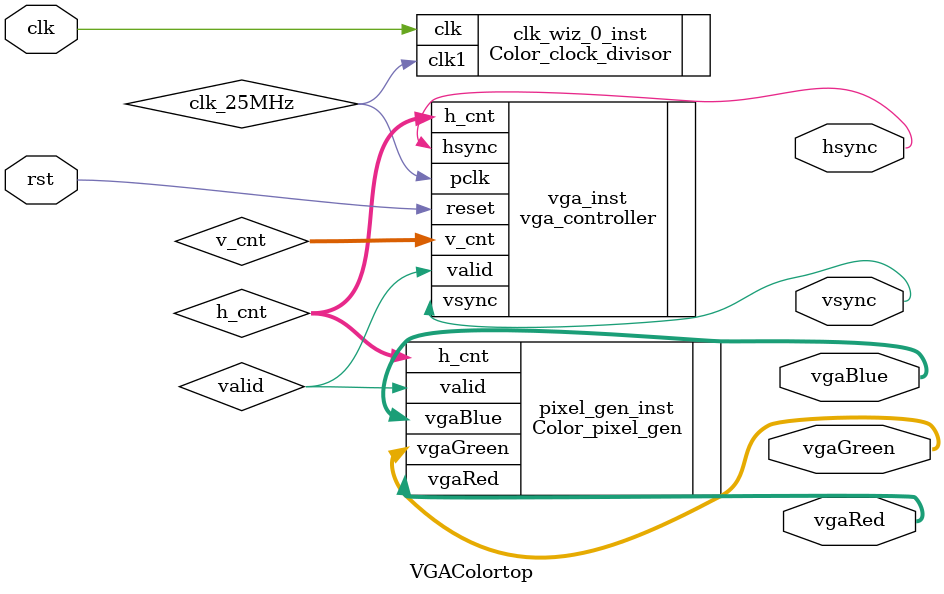
<source format=v>
module VGAColortop(
   input clk,
   input rst,
   output [3:0] vgaRed,
   output [3:0] vgaGreen,
   output [3:0] vgaBlue,
   output hsync,
   output vsync
    );


    wire clk_25MHz;
    wire valid;
    wire [9:0] h_cnt; //640
    wire [9:0] v_cnt;  //480


     Color_clock_divisor clk_wiz_0_inst(
      .clk(clk),
      .clk1(clk_25MHz)
    );

   Color_pixel_gen pixel_gen_inst(
       .h_cnt(h_cnt),
       .valid(valid),
       .vgaRed(vgaRed),
       .vgaGreen(vgaGreen),
       .vgaBlue(vgaBlue)
    );

    vga_controller   vga_inst(
      .pclk(clk_25MHz),
      .reset(rst),
      .hsync(hsync),
      .vsync(vsync),
      .valid(valid),
      .h_cnt(h_cnt),
      .v_cnt(v_cnt)
    );
      
endmodule

</source>
